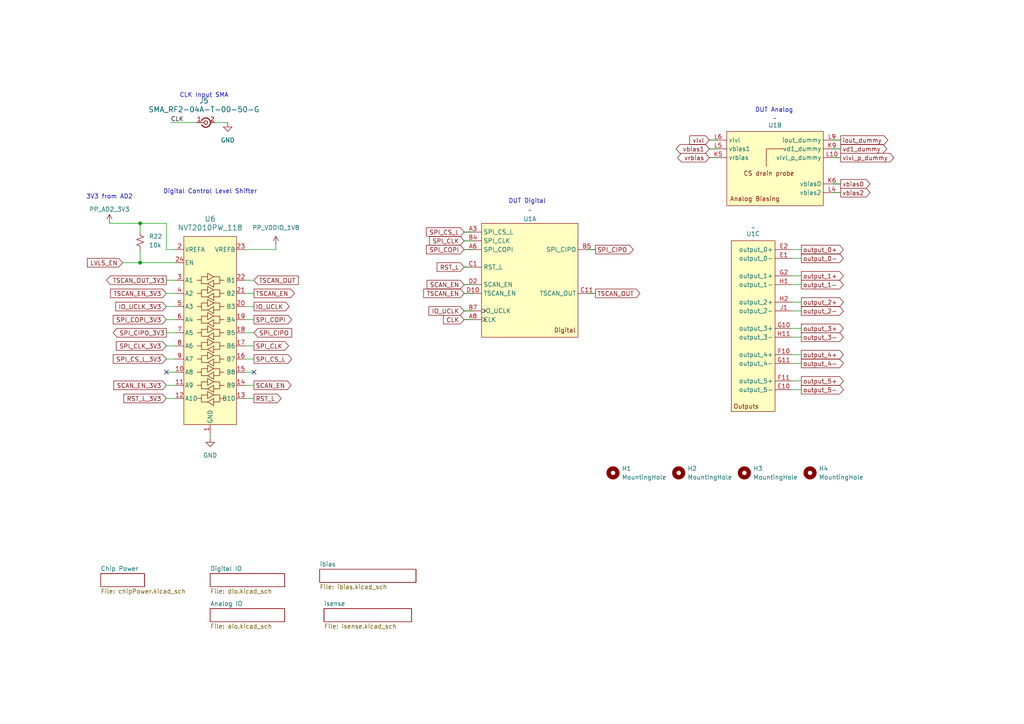
<source format=kicad_sch>
(kicad_sch (version 20231120) (generator "eeschema") (generator_version "8.0")
  (paper "A4")
  (lib_symbols
    (symbol "0_PHASE:NVT2010PW_118" (pin_names (offset 0.254))
      (property "Reference" "U" (at 0 33.02 0))
      (property "Value" "NVT2010PW_118" (at 0 30.48 0))
      (symbol "NVT2010PW_118_1_1"
        (rectangle (start -7.62 27.94) (end 7.62 -26.67) (fill (type background)))
        (polyline (pts (xy -2.54 -19.05) (xy -2.54 -18.034) (xy -0.762 -18.034)))
        (polyline (pts (xy -2.54 -15.24) (xy -2.54 -14.224) (xy -0.762 -14.224)))
        (polyline (pts (xy -2.54 -11.43) (xy -2.54 -10.414) (xy -0.762 -10.414)))
        (polyline (pts (xy -2.54 -7.62) (xy -2.54 -6.604) (xy -0.762 -6.604)))
        (polyline (pts (xy -2.54 -3.81) (xy -2.54 -2.794) (xy -0.762 -2.794)))
        (polyline (pts (xy -2.54 0) (xy -2.54 1.016) (xy -0.762 1.016)))
        (polyline (pts (xy -2.54 3.81) (xy -2.54 4.826) (xy -0.762 4.826)))
        (polyline (pts (xy -2.54 7.62) (xy -2.54 8.636) (xy -0.762 8.636)))
        (polyline (pts (xy -2.54 11.43) (xy -2.54 12.446) (xy -0.762 12.446)))
        (polyline (pts (xy -2.54 15.24) (xy -2.54 16.256) (xy -0.762 16.256)))
        (polyline (pts (xy 2.794 -19.05) (xy 2.794 -20.066) (xy 1.016 -20.066)))
        (polyline (pts (xy 2.794 -15.24) (xy 2.794 -16.256) (xy 1.016 -16.256)))
        (polyline (pts (xy 2.794 -11.43) (xy 2.794 -12.446) (xy 1.016 -12.446)))
        (polyline (pts (xy 2.794 -7.62) (xy 2.794 -8.636) (xy 1.016 -8.636)))
        (polyline (pts (xy 2.794 -3.81) (xy 2.794 -4.826) (xy 1.016 -4.826)))
        (polyline (pts (xy 2.794 0) (xy 2.794 -1.016) (xy 1.016 -1.016)))
        (polyline (pts (xy 2.794 3.81) (xy 2.794 2.794) (xy 1.016 2.794)))
        (polyline (pts (xy 2.794 7.62) (xy 2.794 6.604) (xy 1.016 6.604)))
        (polyline (pts (xy 2.794 11.43) (xy 2.794 10.414) (xy 1.016 10.414)))
        (polyline (pts (xy 2.794 15.24) (xy 2.794 14.224) (xy 1.016 14.224)))
        (polyline (pts (xy -0.762 -20.066) (xy -2.54 -20.066) (xy -2.54 -19.05) (xy -3.81 -19.05)))
        (polyline (pts (xy -0.762 -19.05) (xy -0.762 -17.018) (xy 1.016 -18.034) (xy -0.762 -19.05)))
        (polyline (pts (xy -0.762 -16.256) (xy -2.54 -16.256) (xy -2.54 -15.24) (xy -3.81 -15.24)))
        (polyline (pts (xy -0.762 -15.24) (xy -0.762 -13.208) (xy 1.016 -14.224) (xy -0.762 -15.24)))
        (polyline (pts (xy -0.762 -12.446) (xy -2.54 -12.446) (xy -2.54 -11.43) (xy -3.81 -11.43)))
        (polyline (pts (xy -0.762 -11.43) (xy -0.762 -9.398) (xy 1.016 -10.414) (xy -0.762 -11.43)))
        (polyline (pts (xy -0.762 -8.636) (xy -2.54 -8.636) (xy -2.54 -7.62) (xy -3.81 -7.62)))
        (polyline (pts (xy -0.762 -7.62) (xy -0.762 -5.588) (xy 1.016 -6.604) (xy -0.762 -7.62)))
        (polyline (pts (xy -0.762 -4.826) (xy -2.54 -4.826) (xy -2.54 -3.81) (xy -3.81 -3.81)))
        (polyline (pts (xy -0.762 -3.81) (xy -0.762 -1.778) (xy 1.016 -2.794) (xy -0.762 -3.81)))
        (polyline (pts (xy -0.762 -1.016) (xy -2.54 -1.016) (xy -2.54 0) (xy -3.81 0)))
        (polyline (pts (xy -0.762 0) (xy -0.762 2.032) (xy 1.016 1.016) (xy -0.762 0)))
        (polyline (pts (xy -0.762 2.794) (xy -2.54 2.794) (xy -2.54 3.81) (xy -3.81 3.81)))
        (polyline (pts (xy -0.762 3.81) (xy -0.762 5.842) (xy 1.016 4.826) (xy -0.762 3.81)))
        (polyline (pts (xy -0.762 6.604) (xy -2.54 6.604) (xy -2.54 7.62) (xy -3.81 7.62)))
        (polyline (pts (xy -0.762 7.62) (xy -0.762 9.652) (xy 1.016 8.636) (xy -0.762 7.62)))
        (polyline (pts (xy -0.762 10.414) (xy -2.54 10.414) (xy -2.54 11.43) (xy -3.81 11.43)))
        (polyline (pts (xy -0.762 11.43) (xy -0.762 13.462) (xy 1.016 12.446) (xy -0.762 11.43)))
        (polyline (pts (xy -0.762 14.224) (xy -2.54 14.224) (xy -2.54 15.24) (xy -3.81 15.24)))
        (polyline (pts (xy -0.762 15.24) (xy -0.762 17.272) (xy 1.016 16.256) (xy -0.762 15.24)))
        (polyline (pts (xy 1.016 -18.034) (xy 2.794 -18.034) (xy 2.794 -19.05) (xy 4.064 -19.05)))
        (polyline (pts (xy 1.016 -14.224) (xy 2.794 -14.224) (xy 2.794 -15.24) (xy 4.064 -15.24)))
        (polyline (pts (xy 1.016 -10.414) (xy 2.794 -10.414) (xy 2.794 -11.43) (xy 4.064 -11.43)))
        (polyline (pts (xy 1.016 -6.604) (xy 2.794 -6.604) (xy 2.794 -7.62) (xy 4.064 -7.62)))
        (polyline (pts (xy 1.016 -2.794) (xy 2.794 -2.794) (xy 2.794 -3.81) (xy 4.064 -3.81)))
        (polyline (pts (xy 1.016 1.016) (xy 2.794 1.016) (xy 2.794 0) (xy 4.064 0)))
        (polyline (pts (xy 1.016 4.826) (xy 2.794 4.826) (xy 2.794 3.81) (xy 4.064 3.81)))
        (polyline (pts (xy 1.016 8.636) (xy 2.794 8.636) (xy 2.794 7.62) (xy 4.064 7.62)))
        (polyline (pts (xy 1.016 12.446) (xy 2.794 12.446) (xy 2.794 11.43) (xy 4.064 11.43)))
        (polyline (pts (xy 1.016 16.256) (xy 2.794 16.256) (xy 2.794 15.24) (xy 4.064 15.24)))
        (polyline (pts (xy 1.016 -19.05) (xy 1.016 -20.828) (xy 1.016 -21.082) (xy -0.762 -20.066) (xy 1.016 -19.05)))
        (polyline (pts (xy 1.016 -15.24) (xy 1.016 -17.018) (xy 1.016 -17.272) (xy -0.762 -16.256) (xy 1.016 -15.24)))
        (polyline (pts (xy 1.016 -11.43) (xy 1.016 -13.208) (xy 1.016 -13.462) (xy -0.762 -12.446) (xy 1.016 -11.43)))
        (polyline (pts (xy 1.016 -7.62) (xy 1.016 -9.398) (xy 1.016 -9.652) (xy -0.762 -8.636) (xy 1.016 -7.62)))
        (polyline (pts (xy 1.016 -3.81) (xy 1.016 -5.588) (xy 1.016 -5.842) (xy -0.762 -4.826) (xy 1.016 -3.81)))
        (polyline (pts (xy 1.016 0) (xy 1.016 -1.778) (xy 1.016 -2.032) (xy -0.762 -1.016) (xy 1.016 0)))
        (polyline (pts (xy 1.016 3.81) (xy 1.016 2.032) (xy 1.016 1.778) (xy -0.762 2.794) (xy 1.016 3.81)))
        (polyline (pts (xy 1.016 7.62) (xy 1.016 5.842) (xy 1.016 5.588) (xy -0.762 6.604) (xy 1.016 7.62)))
        (polyline (pts (xy 1.016 11.43) (xy 1.016 9.652) (xy 1.016 9.398) (xy -0.762 10.414) (xy 1.016 11.43)))
        (polyline (pts (xy 1.016 15.24) (xy 1.016 13.462) (xy 1.016 13.208) (xy -0.762 14.224) (xy 1.016 15.24)))
        (pin bidirectional line (at 0 -29.21 90) (length 2.54) (name "GND") (number "1"))
        (pin bidirectional line (at -10.16 -11.43 0) (length 2.54) (name "A8") (number "10"))
        (pin bidirectional line (at -10.16 -15.24 0) (length 2.54) (name "A9") (number "11"))
        (pin bidirectional line (at -10.16 -19.05 0) (length 2.54) (name "A10") (number "12"))
        (pin bidirectional line (at 10.16 -19.05 180) (length 2.54) (name "B10") (number "13"))
        (pin bidirectional line (at 10.16 -15.24 180) (length 2.54) (name "B9") (number "14"))
        (pin bidirectional line (at 10.16 -11.43 180) (length 2.54) (name "B8") (number "15"))
        (pin bidirectional line (at 10.16 -7.62 180) (length 2.54) (name "B7") (number "16"))
        (pin bidirectional line (at 10.16 -3.81 180) (length 2.54) (name "B6") (number "17"))
        (pin bidirectional line (at 10.16 0 180) (length 2.54) (name "B5") (number "18"))
        (pin bidirectional line (at 10.16 3.81 180) (length 2.54) (name "B4") (number "19"))
        (pin power_in line (at -10.16 24.13 0) (length 2.54) (name "VREFA") (number "2"))
        (pin bidirectional line (at 10.16 7.62 180) (length 2.54) (name "B3") (number "20"))
        (pin bidirectional line (at 10.16 11.43 180) (length 2.54) (name "B2") (number "21"))
        (pin bidirectional line (at 10.16 15.24 180) (length 2.54) (name "B1") (number "22"))
        (pin power_in line (at 10.16 24.13 180) (length 2.54) (name "VREFB") (number "23"))
        (pin input line (at -10.16 20.32 0) (length 2.54) (name "EN") (number "24"))
        (pin bidirectional line (at -10.16 15.24 0) (length 2.54) (name "A1") (number "3"))
        (pin bidirectional line (at -10.16 11.43 0) (length 2.54) (name "A2") (number "4"))
        (pin bidirectional line (at -10.16 7.62 0) (length 2.54) (name "A3") (number "5"))
        (pin bidirectional line (at -10.16 3.81 0) (length 2.54) (name "A4") (number "6"))
        (pin bidirectional line (at -10.16 0 0) (length 2.54) (name "A5") (number "7"))
        (pin bidirectional line (at -10.16 -3.81 0) (length 2.54) (name "A6") (number "8"))
        (pin bidirectional line (at -10.16 -7.62 0) (length 2.54) (name "A7") (number "9"))
      )
    )
    (symbol "0_PHASE:PHASEIC_SOCKET"
      (property "Reference" "U" (at 0 9.906 0))
      (property "Footprint" "_726_Common:CPG08462" (at 0 8.382 0))
      (symbol "PHASEIC_SOCKET_1_1"
        (rectangle (start -13.97 6.35) (end 13.97 -26.67) (fill (type background)))
        (text "Digital" (at 10.16 -24.638 0) (effects (font (size 1.27 1.27))))
        (pin input line (at -19.05 3.81 0) (length 5.08) (name "SPI_CS_L") (number "A3"))
        (pin input line (at -19.05 -1.27 0) (length 5.08) (name "SPI_COPI") (number "A6"))
        (pin input clock (at -19.05 -21.59 0) (length 5.08) (name "CLK") (number "A8"))
        (pin input line (at -19.05 1.27 0) (length 5.08) (name "SPI_CLK") (number "B4"))
        (pin output line (at 19.05 -1.27 180) (length 5.08) (name "SPI_CIPO") (number "B5"))
        (pin input clock (at -19.05 -19.05 0) (length 5.08) (name "IO_UCLK") (number "B7"))
        (pin input line (at -19.05 -6.35 0) (length 5.08) (name "RST_L") (number "C1"))
        (pin output line (at 19.05 -13.97 180) (length 5.08) (name "TSCAN_OUT") (number "C11"))
        (pin input line (at -19.05 -13.97 0) (length 5.08) (name "TSCAN_EN") (number "D10"))
        (pin input line (at -19.05 -11.43 0) (length 5.08) (name "SCAN_EN") (number "D2"))
      )
      (symbol "PHASEIC_SOCKET_2_1"
        (rectangle (start -13.97 6.35) (end 13.97 -15.24) (fill (type background)))
        (polyline (pts (xy -2.54 -3.81) (xy -2.54 1.27) (xy 2.54 1.27)))
        (text "Analog Biasing" (at -5.842 -13.208 0) (effects (font (size 1.27 1.27))))
        (text "CS drain probe" (at -1.778 -5.842 0) (effects (font (size 1.27 1.27))))
        (pin bidirectional line (at -19.05 -1.27 0) (length 5.08) (name "vrbias") (number "K5"))
        (pin output line (at 19.05 -8.89 180) (length 5.08) (name "vbias0") (number "K6"))
        (pin output line (at 19.05 1.27 180) (length 5.08) (name "vd1_dummy") (number "K9"))
        (pin output line (at 19.05 -1.27 180) (length 5.08) (name "vlvl_p_dummy") (number "L10"))
        (pin output line (at 19.05 -11.43 180) (length 5.08) (name "vbias2") (number "L4"))
        (pin bidirectional line (at -19.05 1.27 0) (length 5.08) (name "vbias1") (number "L5"))
        (pin input line (at -19.05 3.81 0) (length 5.08) (name "vlvl") (number "L6"))
        (pin output line (at 19.05 3.81 180) (length 5.08) (name "iout_dummy") (number "L9"))
      )
      (symbol "PHASEIC_SOCKET_3_1"
        (rectangle (start -6.35 6.35) (end 6.35 -43.18) (fill (type background)))
        (text "Outputs" (at -2.032 -41.656 0) (effects (font (size 1.27 1.27))))
        (pin output line (at 11.43 1.27 180) (length 5.08) (name "output_0b") (number "E1"))
        (pin output line (at 11.43 -36.83 180) (length 5.08) (name "output_5b") (number "E10"))
        (pin output line (at 11.43 3.81 180) (length 5.08) (name "output_0a") (number "E2"))
        (pin output line (at 11.43 -26.67 180) (length 5.08) (name "output_4a") (number "F10"))
        (pin output line (at 11.43 -34.29 180) (length 5.08) (name "output_5a") (number "F11"))
        (pin output line (at 11.43 -19.05 180) (length 5.08) (name "output_3a") (number "G10"))
        (pin output line (at 11.43 -29.21 180) (length 5.08) (name "output_4b") (number "G11"))
        (pin output line (at 11.43 -3.81 180) (length 5.08) (name "output_1a") (number "G2"))
        (pin output line (at 11.43 -6.35 180) (length 5.08) (name "output_1b") (number "H1"))
        (pin output line (at 11.43 -21.59 180) (length 5.08) (name "output_3b") (number "H11"))
        (pin output line (at 11.43 -11.43 180) (length 5.08) (name "output_2a") (number "H2"))
        (pin output line (at 11.43 -13.97 180) (length 5.08) (name "output_2b") (number "J1"))
      )
      (symbol "PHASEIC_SOCKET_4_1"
        (rectangle (start -13.97 6.35) (end 13.97 -13.97) (fill (type background)))
        (polyline (pts (xy -7.62 1.27) (xy 5.08 1.27)))
        (polyline (pts (xy 0 -7.62) (xy 5.08 -7.62)))
        (polyline (pts (xy -8.89 5.08) (xy -7.62 5.08) (xy -7.62 -2.54) (xy -8.89 -2.54)))
        (polyline (pts (xy -1.27 -5.08) (xy 0 -5.08) (xy 0 -10.16) (xy -1.27 -10.16)))
        (text "0.9V" (at 7.874 1.27 0) (effects (font (size 1.27 1.27))))
        (text "1.8V" (at 8.128 -7.366 0) (effects (font (size 1.27 1.27))))
        (text "CORE" (at -1.27 2.794 0) (effects (font (size 1.27 1.27))))
        (text "Digital Power" (at 6.604 -11.938 0) (effects (font (size 1.27 1.27))))
        (text "I/O" (at 3.048 -6.096 0) (effects (font (size 1.27 1.27))))
        (pin power_in line (at -19.05 -6.35 0) (length 5.08) (name "VDDPST") (number "A1"))
        (pin power_in line (at -19.05 3.81 0) (length 5.08) (name "VDD") (number "A5"))
        (pin power_in line (at -19.05 -8.89 0) (length 5.08) (name "VDDPST_POC") (number "A7"))
        (pin power_in line (at -19.05 1.27 0) (length 5.08) (name "VDD") (number "D1"))
        (pin power_in line (at -19.05 -1.27 0) (length 5.08) (name "VDD") (number "D11"))
      )
      (symbol "PHASEIC_SOCKET_5_1"
        (rectangle (start -13.97 6.35) (end 13.97 -6.35) (fill (type background)))
        (polyline (pts (xy -6.35 1.27) (xy -2.54 1.27)))
        (polyline (pts (xy -7.62 5.08) (xy -6.35 5.08) (xy -6.35 -2.54) (xy -7.62 -2.54)))
        (text "1.8V" (at 0.508 1.27 0) (effects (font (size 1.27 1.27))))
        (text "Analog Power" (at 6.096 -3.81 0) (effects (font (size 1.27 1.27))))
        (pin power_in line (at -19.05 -1.27 0) (length 5.08) (name "TAVDD") (number "E11"))
        (pin power_in line (at -19.05 3.81 0) (length 5.08) (name "TAVDD") (number "G1"))
        (pin power_in line (at -19.05 1.27 0) (length 5.08) (name "TAVDD") (number "L8"))
      )
      (symbol "PHASEIC_SOCKET_6_1"
        (rectangle (start -13.97 6.35) (end 13.97 -16.51) (fill (type background)))
        (polyline (pts (xy -7.62 -7.62) (xy -3.81 -7.62)))
        (polyline (pts (xy -7.62 2.54) (xy -3.81 2.54)))
        (polyline (pts (xy -8.89 -2.54) (xy -7.62 -2.54) (xy -7.62 -12.7) (xy -8.89 -12.7)))
        (polyline (pts (xy -8.89 5.08) (xy -7.62 5.08) (xy -7.62 0) (xy -8.89 0)))
        (text "Analog side" (at 2.286 -7.874 0) (effects (font (size 1.27 1.27))))
        (text "Digital side" (at 2.032 2.794 0) (effects (font (size 1.27 1.27))))
        (text "GND\n\n" (at 10.668 -15.748 0) (effects (font (size 1.27 1.27))))
        (pin bidirectional line (at -19.05 1.27 0) (length 5.08) (name "VSS") (number "A11"))
        (pin bidirectional line (at -19.05 3.81 0) (length 5.08) (name "VSS") (number "A4"))
        (pin bidirectional line (at -19.05 -3.81 0) (length 5.08) (name "VSS") (number "K1"))
        (pin bidirectional line (at -19.05 -6.35 0) (length 5.08) (name "VSS") (number "L1"))
        (pin bidirectional line (at -19.05 -11.43 0) (length 5.08) (name "VSS") (number "L11"))
        (pin bidirectional line (at -19.05 -8.89 0) (length 5.08) (name "VSS") (number "L7"))
      )
    )
    (symbol "0_PHASE:SMA_RF2-04A-T-00-50-G" (pin_names (offset 0.254))
      (property "Reference" "J" (at 8.89 6.35 0))
      (property "Value" "SMA_RF2-04A-T-00-50-G" (at 0 0 0))
      (symbol "SMA_RF2-04A-T-00-50-G_0_1"
        (polyline (pts (xy 10.16 -5.08) (xy 12.192 -5.08)))
        (circle (center 12.7 -5.08) (radius 0.508) (stroke (width 0.2032)))
      )
      (symbol "SMA_RF2-04A-T-00-50-G_1_1"
        (arc (start 11.5084 -5.7111) (mid 13.027 -6.3881) (end 14.0484 -5.0761) (stroke (width 0.3048)))
        (arc (start 14.0484 -5.0839) (mid 13.027 -3.772) (end 11.5084 -4.4489) (stroke (width 0.3048)))
        (pin passive line (at 10.16 -5.08 0) (length 1.27) (name "") (number "1"))
        (pin passive line (at 15.24 -5.08 180) (length 1.27) (name "") (number "2"))
        (pin passive line (at 15.24 -5.08 180) (length 1.27) hide (name "Ext") (number "3"))
        (pin passive line (at 15.24 -5.08 180) (length 1.27) hide (name "Ext") (number "4"))
        (pin passive line (at 15.24 -5.08 180) (length 1.27) hide (name "Ext") (number "5"))
      )
      (symbol "SMA_RF2-04A-T-00-50-G_1_2"
        (polyline (pts (xy 5.08 -2.54) (xy 12.7 -2.54)) (stroke (width 0.127)))
        (polyline (pts (xy 5.08 2.54) (xy 5.08 -2.54)) (stroke (width 0.127)))
        (polyline (pts (xy 7.62 0) (xy 5.08 0)) (stroke (width 0.127)))
        (polyline (pts (xy 7.62 0) (xy 8.89 -0.8467)) (stroke (width 0.127)))
        (polyline (pts (xy 7.62 0) (xy 8.89 0.8467)) (stroke (width 0.127)))
        (polyline (pts (xy 12.7 -2.54) (xy 12.7 2.54)) (stroke (width 0.127)))
        (polyline (pts (xy 12.7 2.54) (xy 5.08 2.54)) (stroke (width 0.127)))
        (pin unspecified line (at 0 0 0) (length 5.08) (name "1") (number "1"))
      )
    )
    (symbol "Device:R_Small_US" (pin_numbers hide) (pin_names (offset 0.254) hide)
      (property "Reference" "R" (at 0.762 0.508 0))
      (property "Value" "R_Small_US" (at 0.762 -1.016 0))
      (symbol "R_Small_US_1_1"
        (polyline (pts (xy 0 0) (xy 1.016 -0.381) (xy 0 -0.762) (xy -1.016 -1.143) (xy 0 -1.524)))
        (polyline (pts (xy 0 1.524) (xy 1.016 1.143) (xy 0 0.762) (xy -1.016 0.381) (xy 0 0)))
        (pin passive line (at 0 2.54 270) (length 1.016) (name "~") (number "1"))
        (pin passive line (at 0 -2.54 90) (length 1.016) (name "~") (number "2"))
      )
    )
    (symbol "Mechanical:MountingHole" (pin_names (offset 1.016)) (exclude_from_sim yes) (in_bom no)
      (property "Reference" "H" (at 0 5.08 0))
      (property "Value" "MountingHole" (at 0 3.175 0))
      (symbol "MountingHole_0_1"
        (circle (center 0 0) (radius 1.27) (stroke (width 1.27)))
      )
    )
    (symbol "PHASEIC_SOCKET_1"
      (property "Reference" "U" (at 0 9.906 0))
      (property "Footprint" "_726_Common:CPG08462" (at 0 8.382 0))
      (symbol "PHASEIC_SOCKET_1_1_1"
        (rectangle (start -13.97 6.35) (end 13.97 -26.67) (fill (type background)))
        (text "Digital" (at 10.16 -24.638 0) (effects (font (size 1.27 1.27))))
        (pin input line (at -19.05 3.81 0) (length 5.08) (name "SPI_CS_L") (number "A3"))
        (pin input line (at -19.05 -1.27 0) (length 5.08) (name "SPI_COPI") (number "A6"))
        (pin input clock (at -19.05 -21.59 0) (length 5.08) (name "CLK") (number "A8"))
        (pin input line (at -19.05 1.27 0) (length 5.08) (name "SPI_CLK") (number "B4"))
        (pin output line (at 19.05 -1.27 180) (length 5.08) (name "SPI_CIPO") (number "B5"))
        (pin input clock (at -19.05 -19.05 0) (length 5.08) (name "IO_UCLK") (number "B7"))
        (pin input line (at -19.05 -6.35 0) (length 5.08) (name "RST_L") (number "C1"))
        (pin output line (at 19.05 -13.97 180) (length 5.08) (name "TSCAN_OUT") (number "C11"))
        (pin input line (at -19.05 -13.97 0) (length 5.08) (name "TSCAN_EN") (number "D10"))
        (pin input line (at -19.05 -11.43 0) (length 5.08) (name "SCAN_EN") (number "D2"))
      )
      (symbol "PHASEIC_SOCKET_1_2_1"
        (rectangle (start -13.97 6.35) (end 13.97 -15.24) (fill (type background)))
        (polyline (pts (xy -2.54 -3.81) (xy -2.54 1.27) (xy 2.54 1.27)))
        (text "Analog Biasing" (at -5.842 -13.208 0) (effects (font (size 1.27 1.27))))
        (text "CS drain probe" (at -1.778 -5.842 0) (effects (font (size 1.27 1.27))))
        (pin bidirectional line (at -19.05 -1.27 0) (length 5.08) (name "vrbias") (number "K5"))
        (pin output line (at 19.05 -8.89 180) (length 5.08) (name "vbias0") (number "K6"))
        (pin output line (at 19.05 1.27 180) (length 5.08) (name "vd1_dummy") (number "K9"))
        (pin output line (at 19.05 -1.27 180) (length 5.08) (name "vlvl_p_dummy") (number "L10"))
        (pin output line (at 19.05 -11.43 180) (length 5.08) (name "vbias2") (number "L4"))
        (pin bidirectional line (at -19.05 1.27 0) (length 5.08) (name "vbias1") (number "L5"))
        (pin input line (at -19.05 3.81 0) (length 5.08) (name "vlvl") (number "L6"))
        (pin output line (at 19.05 3.81 180) (length 5.08) (name "iout_dummy") (number "L9"))
      )
      (symbol "PHASEIC_SOCKET_1_3_1"
        (rectangle (start -6.35 6.35) (end 6.35 -43.18) (fill (type background)))
        (text "Outputs" (at -2.032 -41.656 0) (effects (font (size 1.27 1.27))))
        (pin output line (at 11.43 1.27 180) (length 5.08) (name "output_0-") (number "E1"))
        (pin output line (at 11.43 -36.83 180) (length 5.08) (name "output_5-") (number "E10"))
        (pin output line (at 11.43 3.81 180) (length 5.08) (name "output_0+") (number "E2"))
        (pin output line (at 11.43 -26.67 180) (length 5.08) (name "output_4+") (number "F10"))
        (pin output line (at 11.43 -34.29 180) (length 5.08) (name "output_5+") (number "F11"))
        (pin output line (at 11.43 -19.05 180) (length 5.08) (name "output_3+") (number "G10"))
        (pin output line (at 11.43 -29.21 180) (length 5.08) (name "output_4-") (number "G11"))
        (pin output line (at 11.43 -3.81 180) (length 5.08) (name "output_1+") (number "G2"))
        (pin output line (at 11.43 -6.35 180) (length 5.08) (name "output_1-") (number "H1"))
        (pin output line (at 11.43 -21.59 180) (length 5.08) (name "output_3-") (number "H11"))
        (pin output line (at 11.43 -11.43 180) (length 5.08) (name "output_2+") (number "H2"))
        (pin output line (at 11.43 -13.97 180) (length 5.08) (name "output_2-") (number "J1"))
      )
      (symbol "PHASEIC_SOCKET_1_4_1"
        (rectangle (start -13.97 6.35) (end 13.97 -13.97) (fill (type background)))
        (polyline (pts (xy -7.62 1.27) (xy 5.08 1.27)))
        (polyline (pts (xy 0 -7.62) (xy 5.08 -7.62)))
        (polyline (pts (xy -8.89 5.08) (xy -7.62 5.08) (xy -7.62 -2.54) (xy -8.89 -2.54)))
        (polyline (pts (xy -1.27 -5.08) (xy 0 -5.08) (xy 0 -10.16) (xy -1.27 -10.16)))
        (text "0.9V" (at 7.874 1.27 0) (effects (font (size 1.27 1.27))))
        (text "1.8V" (at 8.128 -7.366 0) (effects (font (size 1.27 1.27))))
        (text "CORE" (at -1.27 2.794 0) (effects (font (size 1.27 1.27))))
        (text "Digital Power" (at 6.604 -11.938 0) (effects (font (size 1.27 1.27))))
        (text "I/O" (at 3.048 -6.096 0) (effects (font (size 1.27 1.27))))
        (pin power_in line (at -19.05 -6.35 0) (length 5.08) (name "VDDPST") (number "A1"))
        (pin power_in line (at -19.05 3.81 0) (length 5.08) (name "VDD") (number "A5"))
        (pin power_in line (at -19.05 -8.89 0) (length 5.08) (name "VDDPST_POC") (number "A7"))
        (pin power_in line (at -19.05 1.27 0) (length 5.08) (name "VDD") (number "D1"))
        (pin power_in line (at -19.05 -1.27 0) (length 5.08) (name "VDD") (number "D11"))
      )
      (symbol "PHASEIC_SOCKET_1_5_1"
        (rectangle (start -13.97 6.35) (end 13.97 -6.35) (fill (type background)))
        (polyline (pts (xy -6.35 1.27) (xy -2.54 1.27)))
        (polyline (pts (xy -7.62 5.08) (xy -6.35 5.08) (xy -6.35 -2.54) (xy -7.62 -2.54)))
        (text "1.8V" (at 0.508 1.27 0) (effects (font (size 1.27 1.27))))
        (text "Analog Power" (at 6.096 -3.81 0) (effects (font (size 1.27 1.27))))
        (pin power_in line (at -19.05 -1.27 0) (length 5.08) (name "TAVDD") (number "E11"))
        (pin power_in line (at -19.05 3.81 0) (length 5.08) (name "TAVDD") (number "G1"))
        (pin power_in line (at -19.05 1.27 0) (length 5.08) (name "TAVDD") (number "L8"))
      )
      (symbol "PHASEIC_SOCKET_1_6_1"
        (rectangle (start -13.97 6.35) (end 13.97 -16.51) (fill (type background)))
        (polyline (pts (xy -7.62 -7.62) (xy -3.81 -7.62)))
        (polyline (pts (xy -7.62 2.54) (xy -3.81 2.54)))
        (polyline (pts (xy -8.89 -2.54) (xy -7.62 -2.54) (xy -7.62 -12.7) (xy -8.89 -12.7)))
        (polyline (pts (xy -8.89 5.08) (xy -7.62 5.08) (xy -7.62 0) (xy -8.89 0)))
        (text "Analog side" (at 2.286 -7.874 0) (effects (font (size 1.27 1.27))))
        (text "Digital side" (at 2.032 2.794 0) (effects (font (size 1.27 1.27))))
        (text "GND\n\n" (at 10.668 -15.748 0) (effects (font (size 1.27 1.27))))
        (pin bidirectional line (at -19.05 1.27 0) (length 5.08) (name "VSS") (number "A11"))
        (pin bidirectional line (at -19.05 3.81 0) (length 5.08) (name "VSS") (number "A4"))
        (pin bidirectional line (at -19.05 -3.81 0) (length 5.08) (name "VSS") (number "K1"))
        (pin bidirectional line (at -19.05 -6.35 0) (length 5.08) (name "VSS") (number "L1"))
        (pin bidirectional line (at -19.05 -11.43 0) (length 5.08) (name "VSS") (number "L11"))
        (pin bidirectional line (at -19.05 -8.89 0) (length 5.08) (name "VSS") (number "L7"))
      )
    )
    (symbol "power:+1V2" (power) (pin_numbers hide) (pin_names (offset 0) hide)
      (property "Value" "+1V2" (at 0 3.556 0))
      (symbol "+1V2_0_1"
        (polyline (pts (xy -0.762 1.27) (xy 0 2.54)))
        (polyline (pts (xy 0 0) (xy 0 2.54)))
        (polyline (pts (xy 0 2.54) (xy 0.762 1.27)))
      )
      (symbol "+1V2_1_1"
        (pin power_in line (at 0 0 90) (length 0) (name "~") (number "1"))
      )
    )
    (symbol "power:GND" (power) (pin_numbers hide) (pin_names (offset 0) hide)
      (property "Value" "GND" (at 0 -3.81 0))
      (symbol "GND_0_1"
        (polyline (pts (xy 0 0) (xy 0 -1.27) (xy 1.27 -1.27) (xy 0 -2.54) (xy -1.27 -1.27) (xy 0 -1.27)))
      )
      (symbol "GND_1_1"
        (pin power_in line (at 0 0 270) (length 0) (name "~") (number "1"))
      )
    )
  )
  (junction (at 40.64 76.2))
  (junction (at 40.64 64.77))
  (no_connect (at 48.26 107.95))
  (no_connect (at 73.66 107.95))
  (wire (pts (xy 232.41 95.25) (xy 229.87 95.25)))
  (wire (pts (xy 73.66 115.57) (xy 71.12 115.57)))
  (wire (pts (xy 48.26 72.39) (xy 50.8 72.39)))
  (wire (pts (xy 73.66 107.95) (xy 71.12 107.95)))
  (wire (pts (xy 50.8 92.71) (xy 48.26 92.71)))
  (wire (pts (xy 205.74 43.18) (xy 208.28 43.18)))
  (wire (pts (xy 205.74 45.72) (xy 208.28 45.72)))
  (wire (pts (xy 40.64 76.2) (xy 50.8 76.2)))
  (wire (pts (xy 48.26 115.57) (xy 50.8 115.57)))
  (wire (pts (xy 137.16 77.47) (xy 134.62 77.47)))
  (wire (pts (xy 50.8 100.33) (xy 48.26 100.33)))
  (wire (pts (xy 48.26 107.95) (xy 50.8 107.95)))
  (wire (pts (xy 80.01 72.39) (xy 80.01 71.12)))
  (wire (pts (xy 62.23 35.56) (xy 66.04 35.56)))
  (wire (pts (xy 205.74 40.64) (xy 208.28 40.64)))
  (wire (pts (xy 232.41 80.01) (xy 229.87 80.01)))
  (wire (pts (xy 137.16 92.71) (xy 134.62 92.71)))
  (wire (pts (xy 137.16 90.17) (xy 134.62 90.17)))
  (wire (pts (xy 137.16 72.39) (xy 134.62 72.39)))
  (wire (pts (xy 50.8 85.09) (xy 48.26 85.09)))
  (wire (pts (xy 50.8 88.9) (xy 48.26 88.9)))
  (wire (pts (xy 232.41 72.39) (xy 229.87 72.39)))
  (wire (pts (xy 232.41 102.87) (xy 229.87 102.87)))
  (wire (pts (xy 172.72 72.39) (xy 170.18 72.39)))
  (wire (pts (xy 50.8 104.14) (xy 48.26 104.14)))
  (wire (pts (xy 243.84 45.72) (xy 241.3 45.72)))
  (wire (pts (xy 71.12 72.39) (xy 80.01 72.39)))
  (wire (pts (xy 73.66 96.52) (xy 71.12 96.52)))
  (wire (pts (xy 73.66 100.33) (xy 71.12 100.33)))
  (wire (pts (xy 35.56 76.2) (xy 40.64 76.2)))
  (wire (pts (xy 232.41 113.03) (xy 229.87 113.03)))
  (wire (pts (xy 73.66 111.76) (xy 71.12 111.76)))
  (wire (pts (xy 137.16 69.85) (xy 134.62 69.85)))
  (wire (pts (xy 243.84 53.34) (xy 241.3 53.34)))
  (wire (pts (xy 73.66 88.9) (xy 71.12 88.9)))
  (wire (pts (xy 232.41 74.93) (xy 229.87 74.93)))
  (wire (pts (xy 48.26 64.77) (xy 48.26 72.39)))
  (wire (pts (xy 232.41 97.79) (xy 229.87 97.79)))
  (wire (pts (xy 40.64 64.77) (xy 48.26 64.77)))
  (wire (pts (xy 73.66 85.09) (xy 71.12 85.09)))
  (wire (pts (xy 50.8 81.28) (xy 48.26 81.28)))
  (wire (pts (xy 172.72 85.09) (xy 170.18 85.09)))
  (wire (pts (xy 73.66 92.71) (xy 71.12 92.71)))
  (wire (pts (xy 73.66 104.14) (xy 71.12 104.14)))
  (wire (pts (xy 137.16 67.31) (xy 134.62 67.31)))
  (wire (pts (xy 60.96 127) (xy 60.96 125.73)))
  (wire (pts (xy 232.41 90.17) (xy 229.87 90.17)))
  (wire (pts (xy 40.64 72.39) (xy 40.64 76.2)))
  (wire (pts (xy 48.26 111.76) (xy 50.8 111.76)))
  (wire (pts (xy 232.41 110.49) (xy 229.87 110.49)))
  (wire (pts (xy 232.41 105.41) (xy 229.87 105.41)))
  (wire (pts (xy 137.16 82.55) (xy 134.62 82.55)))
  (wire (pts (xy 31.75 64.77) (xy 40.64 64.77)))
  (wire (pts (xy 232.41 82.55) (xy 229.87 82.55)))
  (wire (pts (xy 40.64 64.77) (xy 40.64 67.31)))
  (wire (pts (xy 243.84 55.88) (xy 241.3 55.88)))
  (wire (pts (xy 243.84 40.64) (xy 241.3 40.64)))
  (wire (pts (xy 73.66 81.28) (xy 71.12 81.28)))
  (wire (pts (xy 232.41 87.63) (xy 229.87 87.63)))
  (wire (pts (xy 50.8 96.52) (xy 48.26 96.52)))
  (wire (pts (xy 137.16 85.09) (xy 134.62 85.09)))
  (wire (pts (xy 49.53 35.56) (xy 57.15 35.56)))
  (wire (pts (xy 243.84 43.18) (xy 241.3 43.18)))
  (text "DUT Digital\n" (at 152.908 58.42 0) (effects (font (size 1.27 1.27))))
  (text "DUT Analog" (at 224.536 32.004 0) (effects (font (size 1.27 1.27))))
  (text "CLK Input SMA\n" (at 59.182 27.686 0) (effects (font (size 1.27 1.27))))
  (text "3V3 from AD2" (at 31.75 57.15 0) (effects (font (size 1.27 1.27))))
  (text "Digital Control Level Shifter" (at 60.96 55.626 0) (effects (font (size 1.27 1.27))))
  (label "CLK" (at 49.53 35.56 0))
  (global_label "RST_L" (shape output) (at 73.66 115.57 0) (property "Intersheetrefs" "${INTERSHEET_REFS}" (effects (hide yes))))
  (global_label "vbias1" (shape bidirectional) (at 205.74 43.18 180) (property "Intersheetrefs" "${INTERSHEET_REFS}" (effects (hide yes))))
  (global_label "SPI_COPI" (shape input) (at 134.62 72.39 180) (property "Intersheetrefs" "${INTERSHEET_REFS}" (effects (hide yes))))
  (global_label "output_2-" (shape output) (at 232.41 90.17 0) (property "Intersheetrefs" "${INTERSHEET_REFS}" (effects (hide yes))))
  (global_label "SPI_CLK" (shape output) (at 73.66 100.33 0) (property "Intersheetrefs" "${INTERSHEET_REFS}" (effects (hide yes))))
  (global_label "output_0-" (shape output) (at 232.41 74.93 0) (property "Intersheetrefs" "${INTERSHEET_REFS}" (effects (hide yes))))
  (global_label "SPI_CIPO" (shape output) (at 172.72 72.39 0) (property "Intersheetrefs" "${INTERSHEET_REFS}" (effects (hide yes))))
  (global_label "SPI_COPI_3V3" (shape input) (at 48.26 92.71 180) (property "Intersheetrefs" "${INTERSHEET_REFS}" (effects (hide yes))))
  (global_label "SPI_CS_L" (shape input) (at 134.62 67.31 180) (property "Intersheetrefs" "${INTERSHEET_REFS}" (effects (hide yes))))
  (global_label "output_5+" (shape output) (at 232.41 110.49 0) (property "Intersheetrefs" "${INTERSHEET_REFS}" (effects (hide yes))))
  (global_label "LVLS_EN" (shape input) (at 35.56 76.2 180) (property "Intersheetrefs" "${INTERSHEET_REFS}" (effects (hide yes))))
  (global_label "output_2+" (shape output) (at 232.41 87.63 0) (property "Intersheetrefs" "${INTERSHEET_REFS}" (effects (hide yes))))
  (global_label "vlvl_p_dummy" (shape output) (at 243.84 45.72 0) (property "Intersheetrefs" "${INTERSHEET_REFS}" (effects (hide yes))))
  (global_label "SPI_CIPO" (shape input) (at 73.66 96.52 0) (property "Intersheetrefs" "${INTERSHEET_REFS}" (effects (hide yes))))
  (global_label "SCAN_EN_3V3" (shape input) (at 48.26 111.76 180) (property "Intersheetrefs" "${INTERSHEET_REFS}" (effects (hide yes))))
  (global_label "output_0+" (shape output) (at 232.41 72.39 0) (property "Intersheetrefs" "${INTERSHEET_REFS}" (effects (hide yes))))
  (global_label "output_4+" (shape output) (at 232.41 102.87 0) (property "Intersheetrefs" "${INTERSHEET_REFS}" (effects (hide yes))))
  (global_label "SCAN_EN" (shape output) (at 73.66 111.76 0) (property "Intersheetrefs" "${INTERSHEET_REFS}" (effects (hide yes))))
  (global_label "TSCAN_EN" (shape output) (at 73.66 85.09 0) (property "Intersheetrefs" "${INTERSHEET_REFS}" (effects (hide yes))))
  (global_label "SPI_CS_L_3V3" (shape input) (at 48.26 104.14 180) (property "Intersheetrefs" "${INTERSHEET_REFS}" (effects (hide yes))))
  (global_label "TSCAN_OUT" (shape output) (at 172.72 85.09 0) (property "Intersheetrefs" "${INTERSHEET_REFS}" (effects (hide yes))))
  (global_label "TSCAN_EN_3V3" (shape input) (at 48.26 85.09 180) (property "Intersheetrefs" "${INTERSHEET_REFS}" (effects (hide yes))))
  (global_label "TSCAN_EN" (shape input) (at 134.62 85.09 180) (property "Intersheetrefs" "${INTERSHEET_REFS}" (effects (hide yes))))
  (global_label "IO_UCLK" (shape output) (at 73.66 88.9 0) (property "Intersheetrefs" "${INTERSHEET_REFS}" (effects (hide yes))))
  (global_label "IO_UCLK_3V3" (shape input) (at 48.26 88.9 180) (property "Intersheetrefs" "${INTERSHEET_REFS}" (effects (hide yes))))
  (global_label "CLK" (shape input) (at 134.62 92.71 180) (property "Intersheetrefs" "${INTERSHEET_REFS}" (effects (hide yes))))
  (global_label "TSCAN_OUT" (shape input) (at 73.66 81.28 0) (property "Intersheetrefs" "${INTERSHEET_REFS}" (effects (hide yes))))
  (global_label "iout_dummy" (shape output) (at 243.84 40.64 0) (property "Intersheetrefs" "${INTERSHEET_REFS}" (effects (hide yes))))
  (global_label "output_1+" (shape output) (at 232.41 80.01 0) (property "Intersheetrefs" "${INTERSHEET_REFS}" (effects (hide yes))))
  (global_label "SPI_CLK_3V3" (shape input) (at 48.26 100.33 180) (property "Intersheetrefs" "${INTERSHEET_REFS}" (effects (hide yes))))
  (global_label "SPI_CLK" (shape input) (at 134.62 69.85 180) (property "Intersheetrefs" "${INTERSHEET_REFS}" (effects (hide yes))))
  (global_label "output_4-" (shape output) (at 232.41 105.41 0) (property "Intersheetrefs" "${INTERSHEET_REFS}" (effects (hide yes))))
  (global_label "vbias0" (shape output) (at 243.84 53.34 0) (property "Intersheetrefs" "${INTERSHEET_REFS}" (effects (hide yes))))
  (global_label "SCAN_EN" (shape input) (at 134.62 82.55 180) (property "Intersheetrefs" "${INTERSHEET_REFS}" (effects (hide yes))))
  (global_label "SPI_CIPO_3V3" (shape output) (at 48.26 96.52 180) (property "Intersheetrefs" "${INTERSHEET_REFS}" (effects (hide yes))))
  (global_label "vrbias" (shape bidirectional) (at 205.74 45.72 180) (property "Intersheetrefs" "${INTERSHEET_REFS}" (effects (hide yes))))
  (global_label "SPI_CS_L" (shape output) (at 73.66 104.14 0) (property "Intersheetrefs" "${INTERSHEET_REFS}" (effects (hide yes))))
  (global_label "RST_L" (shape input) (at 134.62 77.47 180) (property "Intersheetrefs" "${INTERSHEET_REFS}" (effects (hide yes))))
  (global_label "output_5-" (shape output) (at 232.41 113.03 0) (property "Intersheetrefs" "${INTERSHEET_REFS}" (effects (hide yes))))
  (global_label "TSCAN_OUT_3V3" (shape output) (at 48.26 81.28 180) (property "Intersheetrefs" "${INTERSHEET_REFS}" (effects (hide yes))))
  (global_label "output_3+" (shape output) (at 232.41 95.25 0) (property "Intersheetrefs" "${INTERSHEET_REFS}" (effects (hide yes))))
  (global_label "vlvl" (shape input) (at 205.74 40.64 180) (property "Intersheetrefs" "${INTERSHEET_REFS}" (effects (hide yes))))
  (global_label "output_3-" (shape output) (at 232.41 97.79 0) (property "Intersheetrefs" "${INTERSHEET_REFS}" (effects (hide yes))))
  (global_label "RST_L_3V3" (shape input) (at 48.26 115.57 180) (property "Intersheetrefs" "${INTERSHEET_REFS}" (effects (hide yes))))
  (global_label "vd1_dummy" (shape output) (at 243.84 43.18 0) (property "Intersheetrefs" "${INTERSHEET_REFS}" (effects (hide yes))))
  (global_label "output_1-" (shape output) (at 232.41 82.55 0) (property "Intersheetrefs" "${INTERSHEET_REFS}" (effects (hide yes))))
  (global_label "SPI_COPI" (shape output) (at 73.66 92.71 0) (property "Intersheetrefs" "${INTERSHEET_REFS}" (effects (hide yes))))
  (global_label "IO_UCLK" (shape input) (at 134.62 90.17 180) (property "Intersheetrefs" "${INTERSHEET_REFS}" (effects (hide yes))))
  (global_label "vbias2" (shape output) (at 243.84 55.88 0) (property "Intersheetrefs" "${INTERSHEET_REFS}" (effects (hide yes))))
  (symbol (lib_name "PHASEIC_SOCKET_1") (lib_id "0_PHASE:PHASEIC_SOCKET") (at 218.44 76.2 0) (unit 3)
    (property "Reference" "U1" (at 218.44 67.818 0))
    (property "Value" "~" (at 218.44 66.04 0))
    (property "Footprint" "0_726_footprints:CPG08462_Full" (effects (hide yes)))
  )
  (symbol (lib_id "power:+1V2") (at 31.75 64.77 0) (unit 1)
    (property "Reference" "#PWR025" (effects (hide yes)))
    (property "Value" "PP_AD2_3V3" (at 31.75 60.706 0))
    (property "Description" "Power symbol creates a global label with name \"+1V2\"" (effects (hide yes)))
  )
  (symbol (lib_id "power:+1V2") (at 80.01 71.12 0) (unit 1)
    (property "Reference" "#PWR021" (effects (hide yes)))
    (property "Value" "PP_VDDIO_1V8" (at 80.01 66.04 0))
    (property "Description" "Power symbol creates a global label with name \"+1V2\"" (effects (hide yes)))
  )
  (symbol (lib_id "0_PHASE:PHASEIC_SOCKET") (at 224.79 44.45 0) (unit 2)
    (property "Reference" "U1" (at 224.79 36.322 0))
    (property "Value" "~" (at 224.79 34.29 0))
    (property "Footprint" "0_726_footprints:CPG08462_Full" (effects (hide yes)))
  )
  (symbol (lib_id "Mechanical:MountingHole") (at 177.8 137.16 0) (unit 1) (exclude_from_sim yes) (in_bom no)
    (property "Reference" "H1" (at 180.34 135.8899 0) (effects (justify left)))
    (property "Value" "MountingHole" (at 180.34 138.4299 0) (effects (justify left)))
    (property "Footprint" "MountingHole:MountingHole_3.2mm_M3_DIN965_Pad_TopBottom" (effects (hide yes)))
    (property "Description" "Mounting Hole without connection" (effects (hide yes)))
  )
  (symbol (lib_id "0_PHASE:PHASEIC_SOCKET") (at 153.67 71.12 0) (unit 1)
    (property "Reference" "U1" (at 153.67 63.5 0))
    (property "Value" "~" (at 153.67 60.96 0))
    (property "Footprint" "0_726_footprints:CPG08462_Full" (effects (hide yes)))
  )
  (symbol (lib_id "Mechanical:MountingHole") (at 196.85 137.16 0) (unit 1) (exclude_from_sim yes) (in_bom no)
    (property "Reference" "H2" (at 199.39 135.8899 0) (effects (justify left)))
    (property "Value" "MountingHole" (at 199.39 138.4299 0) (effects (justify left)))
    (property "Footprint" "MountingHole:MountingHole_3.2mm_M3_DIN965_Pad_TopBottom" (effects (hide yes)))
    (property "Description" "Mounting Hole without connection" (effects (hide yes)))
  )
  (symbol (lib_id "power:GND") (at 66.04 35.56 0) (unit 1)
    (property "Reference" "#PWR016" (effects (hide yes)))
    (property "Value" "GND" (at 66.04 40.64 0))
    (property "Description" "Power symbol creates a global label with name \"GND\" , ground" (effects (hide yes)))
  )
  (symbol (lib_id "0_PHASE:SMA_RF2-04A-T-00-50-G") (at 46.99 30.48 0) (unit 1)
    (property "Reference" "J5" (at 59.1704 29.21 0) (effects (font (size 1.524 1.524))))
    (property "Value" "SMA_RF2-04A-T-00-50-G" (at 59.1704 31.75 0) (effects (font (size 1.524 1.524))))
    (property "Footprint" "0_726_footprints:CONN_RF2-04A-T-00-50-G_ADM" (effects (hide yes)))
    (property "Datasheet" "112404" (effects (hide yes)))
  )
  (symbol (lib_id "Device:R_Small_US") (at 40.64 69.85 0) (unit 1)
    (property "Reference" "R22" (at 43.18 68.5799 0) (effects (justify left)))
    (property "Value" "10k" (at 43.18 71.1199 0) (effects (justify left)))
    (property "Footprint" "Resistor_SMD:R_0603_1608Metric" (effects (hide yes)))
    (property "Description" "Resistor, small US symbol" (effects (hide yes)))
  )
  (symbol (lib_id "Mechanical:MountingHole") (at 215.9 137.16 0) (unit 1) (exclude_from_sim yes) (in_bom no)
    (property "Reference" "H3" (at 218.44 135.8899 0) (effects (justify left)))
    (property "Value" "MountingHole" (at 218.44 138.4299 0) (effects (justify left)))
    (property "Footprint" "MountingHole:MountingHole_3.2mm_M3_DIN965_Pad_TopBottom" (effects (hide yes)))
    (property "Description" "Mounting Hole without connection" (effects (hide yes)))
  )
  (symbol (lib_id "0_PHASE:NVT2010PW_118") (at 60.96 96.52 0) (unit 1)
    (property "Reference" "U6" (at 60.96 63.5 0) (effects (font (size 1.524 1.524))))
    (property "Value" "NVT2010PW_118" (at 60.96 66.04 0) (effects (font (size 1.524 1.524))))
    (property "Footprint" "0_726_footprints:TSSOP24_SOT355-1_NXP" (effects (hide yes)))
    (property "Datasheet" "NVT2010PW_118" (effects (hide yes)))
  )
  (symbol (lib_id "Mechanical:MountingHole") (at 234.95 137.16 0) (unit 1) (exclude_from_sim yes) (in_bom no)
    (property "Reference" "H4" (at 237.49 135.8899 0) (effects (justify left)))
    (property "Value" "MountingHole" (at 237.49 138.4299 0) (effects (justify left)))
    (property "Footprint" "MountingHole:MountingHole_3.2mm_M3_DIN965_Pad_TopBottom" (effects (hide yes)))
    (property "Description" "Mounting Hole without connection" (effects (hide yes)))
  )
  (symbol (lib_id "power:GND") (at 60.96 127 0) (unit 1)
    (property "Reference" "#PWR026" (effects (hide yes)))
    (property "Value" "GND" (at 60.96 132.08 0))
    (property "Description" "Power symbol creates a global label with name \"GND\" , ground" (effects (hide yes)))
  )
  (sheet (at 93.98 176.53) (size 25.4 3.81) (stroke (width 0.1524))
    (property "Sheetname" "isense" (at 93.98 175.8184 0) (effects (justify left bottom)))
    (property "Sheetfile" "isense.kicad_sch" (at 93.98 180.9246 0) (effects (justify left top)))
  )
  (sheet (at 60.96 176.53) (size 21.59 3.81) (stroke (width 0.1524))
    (property "Sheetname" "Analog IO" (at 60.96 175.8184 0) (effects (justify left bottom)))
    (property "Sheetfile" "aio.kicad_sch" (at 60.96 180.9246 0) (effects (justify left top)))
  )
  (sheet (at 60.96 166.37) (size 21.59 3.81) (stroke (width 0.1524))
    (property "Sheetname" "Digital IO" (at 60.96 165.6584 0) (effects (justify left bottom)))
    (property "Sheetfile" "dio.kicad_sch" (at 60.96 170.7646 0) (effects (justify left top)))
  )
  (sheet (at 29.21 166.37) (size 12.7 3.81) (stroke (width 0.1524))
    (property "Sheetname" "Chip Power" (at 29.21 165.6584 0) (effects (justify left bottom)))
    (property "Sheetfile" "chipPower.kicad_sch" (at 29.21 170.7646 0) (effects (justify left top)))
  )
  (sheet (at 92.71 165.1) (size 27.94 3.81) (stroke (width 0.1524))
    (property "Sheetname" "ibias" (at 92.71 164.3884 0) (effects (justify left bottom)))
    (property "Sheetfile" "ibias.kicad_sch" (at 92.71 169.4946 0) (effects (justify left top)))
  )
)
</source>
